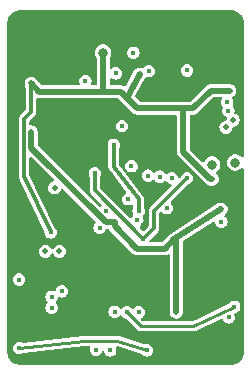
<source format=gbr>
%TF.GenerationSoftware,KiCad,Pcbnew,8.0.4*%
%TF.CreationDate,2024-09-10T15:11:46+03:00*%
%TF.ProjectId,micro17,6d696372-6f31-4372-9e6b-696361645f70,rev?*%
%TF.SameCoordinates,Original*%
%TF.FileFunction,Copper,L2,Inr*%
%TF.FilePolarity,Positive*%
%FSLAX46Y46*%
G04 Gerber Fmt 4.6, Leading zero omitted, Abs format (unit mm)*
G04 Created by KiCad (PCBNEW 8.0.4) date 2024-09-10 15:11:46*
%MOMM*%
%LPD*%
G01*
G04 APERTURE LIST*
%TA.AperFunction,ViaPad*%
%ADD10C,0.500000*%
%TD*%
%TA.AperFunction,ViaPad*%
%ADD11C,0.450000*%
%TD*%
%TA.AperFunction,ViaPad*%
%ADD12C,0.800000*%
%TD*%
%TA.AperFunction,Conductor*%
%ADD13C,0.500000*%
%TD*%
%TA.AperFunction,Conductor*%
%ADD14C,0.300000*%
%TD*%
%TA.AperFunction,Conductor*%
%ADD15C,0.250000*%
%TD*%
G04 APERTURE END LIST*
D10*
%TO.N,GND*%
X185000000Y-51000000D03*
X185000000Y-53000000D03*
D11*
X182400000Y-79720108D03*
D10*
X180600000Y-61000000D03*
D11*
X188500000Y-57700000D03*
D10*
X199400000Y-52072500D03*
X181000000Y-51000000D03*
D11*
X192000000Y-57500000D03*
X197300000Y-72000000D03*
D10*
X180600000Y-63000000D03*
D11*
X194000000Y-61500000D03*
D10*
X181000000Y-55000000D03*
D11*
X186500000Y-79300000D03*
D10*
X180750000Y-70000000D03*
D11*
X199700000Y-58800000D03*
X199750000Y-68000000D03*
X192000000Y-59500000D03*
D10*
X199100000Y-79100000D03*
D11*
X191000000Y-71900000D03*
D10*
X185500000Y-55000000D03*
D11*
X182800000Y-65200000D03*
X199500000Y-66300000D03*
X194000000Y-57300000D03*
D10*
X188600000Y-69400000D03*
X181000000Y-74400000D03*
X180600000Y-59000000D03*
D11*
X197800000Y-78400000D03*
D10*
X180700000Y-68500000D03*
D12*
X184900000Y-60700000D03*
D11*
X196200000Y-78800000D03*
X189750000Y-79750000D03*
X189100000Y-64500000D03*
X186100000Y-68400000D03*
X182960000Y-60300000D03*
X187250000Y-79750000D03*
X196000000Y-59500000D03*
X185600000Y-59500000D03*
X196000000Y-61500000D03*
D10*
X198280000Y-53600000D03*
D11*
X190300000Y-55300000D03*
X191507567Y-68206053D03*
D10*
X197800000Y-65900000D03*
D11*
X192000000Y-61500000D03*
D10*
X183960000Y-61000000D03*
D11*
X199500000Y-76250000D03*
X198800000Y-54600000D03*
D10*
X182400000Y-76000000D03*
X183000000Y-73000000D03*
D11*
X199500000Y-65300000D03*
D10*
X181000000Y-53000000D03*
X182400000Y-70400000D03*
X183000000Y-53000000D03*
D11*
X193250000Y-79500000D03*
D10*
X180600000Y-57000000D03*
X197100000Y-72900000D03*
D11*
X194800000Y-65900000D03*
D10*
X183000000Y-51000000D03*
X180600000Y-65000000D03*
X186500000Y-55000000D03*
D11*
X196250000Y-75750000D03*
%TO.N,+3V3*%
X191200000Y-55400000D03*
X198820000Y-56800000D03*
D10*
X182000000Y-56200000D03*
X197350000Y-64290000D03*
D11*
X183650000Y-68800000D03*
D12*
X188100000Y-53600000D03*
D11*
X183750000Y-74250000D03*
%TO.N,VDDA*%
X195200000Y-64200000D03*
X187400000Y-63800000D03*
X191475000Y-69397760D03*
%TO.N,+5V*%
X198100000Y-66850000D03*
X189067678Y-67967678D03*
X194300000Y-75550000D03*
D10*
X182000000Y-60300000D03*
D11*
%TO.N,Net-(U4B-+)*%
X191000000Y-67800000D03*
X188301409Y-66976409D03*
%TO.N,/MCU/~{RST}*%
X190660000Y-53600000D03*
X189700000Y-59800000D03*
%TO.N,Net-(C16-Pad2)*%
X190200000Y-66000000D03*
X187800000Y-68400000D03*
%TO.N,Net-(U5A-P0A)*%
X183740793Y-75177619D03*
X193501316Y-66750000D03*
%TO.N,Net-(U5B-P1A)*%
X180975000Y-72800000D03*
X198100000Y-67900000D03*
D12*
%TO.N,USART3_RX*%
X197331041Y-63068959D03*
D11*
%TO.N,Net-(U5C-P2W)*%
X187500000Y-78725002D03*
X198750000Y-76000000D03*
%TO.N,I2C_SDA*%
X191974992Y-55147670D03*
D10*
X183200000Y-70400000D03*
D11*
%TO.N,PTT_OUT*%
X191900000Y-64000000D03*
%TO.N,AUDIO_OUT_MUTE*%
X189079841Y-75520159D03*
X193900000Y-64200000D03*
%TO.N,BASEBAND_IN_FILT*%
X189000000Y-61400000D03*
X191100000Y-67000000D03*
%TO.N,BASEBAND_OUT*%
X190500000Y-63200000D03*
X184600000Y-73800000D03*
%TO.N,I2C_SCL*%
X195200000Y-55100000D03*
D10*
X184400000Y-70400000D03*
D11*
%TO.N,AUDIO_OUT_FILT*%
X181000000Y-78597151D03*
X191800000Y-78800000D03*
%TO.N,BASEBAND_IN*%
X188700000Y-78800000D03*
%TO.N,BASEBAND_OUT_FILT*%
X191099724Y-75575719D03*
%TO.N,AUDIO_IN*%
X199200000Y-75100000D03*
X190101511Y-75575826D03*
%TO.N,PTT_IN*%
X186600000Y-56000000D03*
D10*
%TO.N,MCU_TX*%
X198500000Y-59900000D03*
%TO.N,MCU_RX*%
X199100000Y-59300000D03*
D11*
%TO.N,BASEBAND_BYPASS*%
X192906587Y-64093413D03*
D10*
%TO.N,+5VD*%
X184000000Y-65037501D03*
D11*
%TO.N,Net-(U1-VBAT)*%
X189150000Y-55350000D03*
%TO.N,USB_DP*%
X198600000Y-57800000D03*
%TO.N,USB_DN*%
X198700000Y-58500000D03*
D12*
%TO.N,Net-(R30-Pad2)*%
X199300000Y-62900000D03*
%TD*%
D13*
%TO.N,+3V3*%
X190100000Y-57400000D02*
X191200000Y-55400000D01*
D14*
X181400000Y-59200000D02*
X182000000Y-58600000D01*
D13*
X189600000Y-56900000D02*
X190100000Y-57400000D01*
X198820000Y-56800000D02*
X197200000Y-56800000D01*
X187900000Y-56900000D02*
X188100000Y-56700000D01*
X182700000Y-56900000D02*
X187900000Y-56900000D01*
X191000000Y-58300000D02*
X190100000Y-57400000D01*
X187900000Y-56900000D02*
X189600000Y-56900000D01*
X188100000Y-56700000D02*
X188100000Y-53600000D01*
X194900000Y-58300000D02*
X191000000Y-58300000D01*
D14*
X183650000Y-68800000D02*
X181400000Y-64000000D01*
D13*
X197350000Y-64290000D02*
X197190000Y-64290000D01*
X197190000Y-64290000D02*
X194900000Y-62000000D01*
X195700000Y-58300000D02*
X194900000Y-58300000D01*
X197200000Y-56800000D02*
X195700000Y-58300000D01*
X182000000Y-56200000D02*
X182700000Y-56900000D01*
D14*
X181400000Y-64000000D02*
X181400000Y-59200000D01*
D13*
X194900000Y-62000000D02*
X194900000Y-58300000D01*
D14*
X182000000Y-58600000D02*
X182000000Y-56200000D01*
%TO.N,VDDA*%
X191475000Y-69397760D02*
X191475000Y-69326472D01*
X192400000Y-67000000D02*
X195200000Y-64200000D01*
X187400000Y-65251472D02*
X187400000Y-63800000D01*
X191475000Y-69326472D02*
X187400000Y-65251472D01*
X191475000Y-69397760D02*
X192400000Y-68472760D01*
X192400000Y-68472760D02*
X192400000Y-67000000D01*
D13*
%TO.N,+5V*%
X189067678Y-67967678D02*
X188338083Y-67967678D01*
X189067678Y-67967678D02*
X189067678Y-68267678D01*
X194300000Y-75550000D02*
X194300000Y-69528248D01*
X188338083Y-67967678D02*
X182000000Y-61629595D01*
X193300000Y-70200000D02*
X194100000Y-69400000D01*
X194171752Y-69400000D02*
X194100000Y-69400000D01*
X198100000Y-66850000D02*
X194100000Y-69400000D01*
X189067678Y-68267678D02*
X191000000Y-70200000D01*
X191000000Y-70200000D02*
X193300000Y-70200000D01*
X194300000Y-69528248D02*
X194171752Y-69400000D01*
X182000000Y-61629595D02*
X182000000Y-60300000D01*
D14*
%TO.N,BASEBAND_IN_FILT*%
X191100000Y-66000000D02*
X191100000Y-67000000D01*
X189000000Y-61400000D02*
X189000000Y-63250000D01*
X189000000Y-63250000D02*
X191100000Y-66000000D01*
D15*
%TO.N,AUDIO_OUT_FILT*%
X189300000Y-78000000D02*
X186500000Y-78000000D01*
X191800000Y-78800000D02*
X189300000Y-78000000D01*
X186500000Y-78000000D02*
X181000000Y-78597151D01*
%TO.N,AUDIO_IN*%
X195750000Y-76750000D02*
X199200000Y-75100000D01*
X190101511Y-75575826D02*
X191275685Y-76750000D01*
X191275685Y-76750000D02*
X195750000Y-76750000D01*
%TD*%
%TA.AperFunction,Conductor*%
%TO.N,GND*%
G36*
X198975829Y-50000002D02*
G01*
X198976531Y-50000006D01*
X198999418Y-50000146D01*
X199000525Y-50000159D01*
X199024479Y-50000599D01*
X199024500Y-50000600D01*
X199046812Y-50001147D01*
X199051434Y-50001359D01*
X199093355Y-50004191D01*
X199102646Y-50005222D01*
X199144141Y-50011636D01*
X199148714Y-50012444D01*
X199192022Y-50021059D01*
X199197191Y-50022219D01*
X199284397Y-50044063D01*
X199294633Y-50047168D01*
X199376725Y-50076542D01*
X199386585Y-50080626D01*
X199465425Y-50117914D01*
X199474850Y-50122953D01*
X199549641Y-50167781D01*
X199558535Y-50173723D01*
X199628569Y-50225663D01*
X199636825Y-50232439D01*
X199701453Y-50291014D01*
X199708985Y-50298546D01*
X199767558Y-50363171D01*
X199774336Y-50371430D01*
X199826276Y-50441463D01*
X199832217Y-50450355D01*
X199877050Y-50525154D01*
X199882086Y-50534575D01*
X199919370Y-50613407D01*
X199923463Y-50623289D01*
X199952830Y-50705365D01*
X199955936Y-50715602D01*
X199977777Y-50802798D01*
X199978949Y-50808017D01*
X199987549Y-50851252D01*
X199988363Y-50855863D01*
X199994776Y-50897343D01*
X199995808Y-50906648D01*
X199998639Y-50948543D01*
X199998854Y-50953226D01*
X199999388Y-50975054D01*
X199999403Y-50975715D01*
X199999838Y-50999361D01*
X199999854Y-51000697D01*
X199999998Y-51024166D01*
X200000000Y-51024835D01*
X200000000Y-62342099D01*
X199979183Y-62406168D01*
X199924683Y-62445764D01*
X199857317Y-62445764D01*
X199818720Y-62423687D01*
X199722012Y-62338012D01*
X199700852Y-62319266D01*
X199700850Y-62319265D01*
X199700849Y-62319264D01*
X199550226Y-62240210D01*
X199385057Y-62199500D01*
X199385056Y-62199500D01*
X199214944Y-62199500D01*
X199214942Y-62199500D01*
X199049773Y-62240210D01*
X198899150Y-62319264D01*
X198899143Y-62319270D01*
X198771816Y-62432071D01*
X198771815Y-62432072D01*
X198675184Y-62572065D01*
X198675180Y-62572072D01*
X198614859Y-62731128D01*
X198614858Y-62731131D01*
X198594355Y-62899997D01*
X198594355Y-62900002D01*
X198614858Y-63068868D01*
X198614859Y-63068871D01*
X198675180Y-63227927D01*
X198675184Y-63227934D01*
X198771815Y-63367927D01*
X198771816Y-63367928D01*
X198771817Y-63367929D01*
X198899148Y-63480734D01*
X199049775Y-63559790D01*
X199214944Y-63600500D01*
X199214945Y-63600500D01*
X199385055Y-63600500D01*
X199385056Y-63600500D01*
X199550225Y-63559790D01*
X199700852Y-63480734D01*
X199818721Y-63376311D01*
X199880480Y-63349409D01*
X199946259Y-63363945D01*
X199990930Y-63414369D01*
X200000000Y-63457900D01*
X200000000Y-78975164D01*
X199999998Y-78975833D01*
X199999854Y-78999302D01*
X199999838Y-79000638D01*
X199999403Y-79024284D01*
X199999388Y-79024945D01*
X199998854Y-79046773D01*
X199998639Y-79051456D01*
X199995808Y-79093351D01*
X199994776Y-79102656D01*
X199988363Y-79144136D01*
X199987549Y-79148747D01*
X199978949Y-79191982D01*
X199977777Y-79197201D01*
X199955936Y-79284397D01*
X199952830Y-79294634D01*
X199923463Y-79376710D01*
X199919370Y-79386593D01*
X199882089Y-79465417D01*
X199877046Y-79474850D01*
X199832218Y-79549641D01*
X199826276Y-79558535D01*
X199774336Y-79628569D01*
X199767550Y-79636838D01*
X199709001Y-79701437D01*
X199701442Y-79708995D01*
X199636838Y-79767550D01*
X199628569Y-79774336D01*
X199558535Y-79826276D01*
X199549641Y-79832218D01*
X199474850Y-79877046D01*
X199465417Y-79882089D01*
X199386593Y-79919370D01*
X199376710Y-79923463D01*
X199294634Y-79952830D01*
X199284397Y-79955936D01*
X199197201Y-79977777D01*
X199191982Y-79978949D01*
X199148747Y-79987549D01*
X199144136Y-79988363D01*
X199102656Y-79994776D01*
X199093351Y-79995808D01*
X199051456Y-79998639D01*
X199046773Y-79998854D01*
X199024945Y-79999388D01*
X199024284Y-79999403D01*
X199000638Y-79999838D01*
X198999302Y-79999854D01*
X198976596Y-79999993D01*
X198975831Y-79999998D01*
X198975165Y-80000000D01*
X181024835Y-80000000D01*
X181024168Y-79999998D01*
X181023385Y-79999993D01*
X181000697Y-79999854D01*
X180999361Y-79999838D01*
X180975715Y-79999403D01*
X180975054Y-79999388D01*
X180953226Y-79998854D01*
X180948543Y-79998639D01*
X180906648Y-79995808D01*
X180897343Y-79994776D01*
X180855863Y-79988363D01*
X180851252Y-79987549D01*
X180840735Y-79985457D01*
X180808007Y-79978946D01*
X180802798Y-79977777D01*
X180715602Y-79955936D01*
X180705365Y-79952830D01*
X180623289Y-79923463D01*
X180613411Y-79919372D01*
X180534582Y-79882089D01*
X180525149Y-79877047D01*
X180450361Y-79832221D01*
X180441468Y-79826278D01*
X180371431Y-79774336D01*
X180363171Y-79767558D01*
X180298546Y-79708985D01*
X180291014Y-79701453D01*
X180232439Y-79636825D01*
X180225663Y-79628569D01*
X180173723Y-79558535D01*
X180167781Y-79549641D01*
X180122953Y-79474850D01*
X180117914Y-79465425D01*
X180080626Y-79386585D01*
X180076541Y-79376721D01*
X180047168Y-79294630D01*
X180044062Y-79284393D01*
X180037707Y-79259023D01*
X180022219Y-79197191D01*
X180021059Y-79192022D01*
X180012444Y-79148714D01*
X180011636Y-79144136D01*
X180009016Y-79127186D01*
X180005222Y-79102646D01*
X180004191Y-79093355D01*
X180001359Y-79051434D01*
X180001147Y-79046812D01*
X180000600Y-79024487D01*
X180000159Y-79000525D01*
X180000146Y-78999418D01*
X180000002Y-78975828D01*
X180000000Y-78975164D01*
X180000000Y-78597148D01*
X180469965Y-78597148D01*
X180469965Y-78597153D01*
X180488024Y-78734329D01*
X180488026Y-78734336D01*
X180540974Y-78862165D01*
X180540976Y-78862169D01*
X180598538Y-78937185D01*
X180625209Y-78971942D01*
X180734982Y-79056175D01*
X180798899Y-79082650D01*
X180862814Y-79109124D01*
X180862821Y-79109126D01*
X180999997Y-79127186D01*
X181000000Y-79127186D01*
X181000003Y-79127186D01*
X181137178Y-79109126D01*
X181137180Y-79109125D01*
X181137183Y-79109125D01*
X181265018Y-79056175D01*
X181331561Y-79005113D01*
X181386149Y-78983225D01*
X186517168Y-78426137D01*
X186528933Y-78425500D01*
X186892131Y-78425500D01*
X186956200Y-78446317D01*
X186995796Y-78500817D01*
X186995796Y-78568183D01*
X186992833Y-78576214D01*
X186988026Y-78587816D01*
X186988024Y-78587823D01*
X186969965Y-78724999D01*
X186969965Y-78725004D01*
X186988024Y-78862180D01*
X186988026Y-78862187D01*
X187040974Y-78990016D01*
X187040976Y-78990020D01*
X187120265Y-79093351D01*
X187125209Y-79099793D01*
X187125213Y-79099796D01*
X187125214Y-79099797D01*
X187137372Y-79109126D01*
X187234982Y-79184026D01*
X187266766Y-79197191D01*
X187362814Y-79236975D01*
X187362821Y-79236977D01*
X187499997Y-79255037D01*
X187500000Y-79255037D01*
X187500003Y-79255037D01*
X187637178Y-79236977D01*
X187637180Y-79236976D01*
X187637183Y-79236976D01*
X187765018Y-79184026D01*
X187874791Y-79099793D01*
X187959024Y-78990020D01*
X187983791Y-78930225D01*
X188027539Y-78879002D01*
X188093043Y-78863275D01*
X188155281Y-78889054D01*
X188182312Y-78931817D01*
X188185292Y-78930583D01*
X188240974Y-79065014D01*
X188240976Y-79065018D01*
X188297183Y-79138268D01*
X188325209Y-79174791D01*
X188325213Y-79174794D01*
X188325214Y-79174795D01*
X188354401Y-79197191D01*
X188434982Y-79259024D01*
X188496229Y-79284393D01*
X188562814Y-79311973D01*
X188562821Y-79311975D01*
X188699997Y-79330035D01*
X188700000Y-79330035D01*
X188700003Y-79330035D01*
X188837178Y-79311975D01*
X188837180Y-79311974D01*
X188837183Y-79311974D01*
X188965018Y-79259024D01*
X189074791Y-79174791D01*
X189159024Y-79065018D01*
X189211974Y-78937183D01*
X189212681Y-78931817D01*
X189230035Y-78800002D01*
X189230035Y-78799997D01*
X189211975Y-78662821D01*
X189211973Y-78662814D01*
X189185306Y-78598434D01*
X189180021Y-78531276D01*
X189215219Y-78473838D01*
X189277457Y-78448058D01*
X189319227Y-78452907D01*
X191343931Y-79100811D01*
X191397183Y-79138268D01*
X191425209Y-79174791D01*
X191425213Y-79174794D01*
X191425214Y-79174795D01*
X191454401Y-79197191D01*
X191534982Y-79259024D01*
X191596229Y-79284393D01*
X191662814Y-79311973D01*
X191662821Y-79311975D01*
X191799997Y-79330035D01*
X191800000Y-79330035D01*
X191800003Y-79330035D01*
X191937178Y-79311975D01*
X191937180Y-79311974D01*
X191937183Y-79311974D01*
X192065018Y-79259024D01*
X192174791Y-79174791D01*
X192259024Y-79065018D01*
X192311974Y-78937183D01*
X192312681Y-78931817D01*
X192330035Y-78800002D01*
X192330035Y-78799997D01*
X192311975Y-78662821D01*
X192311973Y-78662814D01*
X192259023Y-78534981D01*
X192174795Y-78425214D01*
X192174794Y-78425213D01*
X192174791Y-78425209D01*
X192174786Y-78425205D01*
X192174785Y-78425204D01*
X192065018Y-78340976D01*
X192065014Y-78340974D01*
X191937185Y-78288026D01*
X191937178Y-78288024D01*
X191800003Y-78269965D01*
X191799997Y-78269965D01*
X191662817Y-78288025D01*
X191657482Y-78289455D01*
X191596055Y-78287982D01*
X189484338Y-77612234D01*
X189469862Y-77605826D01*
X189464239Y-77603497D01*
X189422483Y-77592309D01*
X189417472Y-77590837D01*
X189376331Y-77577671D01*
X189370344Y-77576589D01*
X189362007Y-77575288D01*
X189356022Y-77574500D01*
X189356018Y-77574500D01*
X189312798Y-77574500D01*
X189307579Y-77574375D01*
X189264418Y-77572305D01*
X189258350Y-77572810D01*
X189242618Y-77574500D01*
X186541147Y-77574500D01*
X186524466Y-77573216D01*
X186518583Y-77572305D01*
X186509763Y-77570939D01*
X186509762Y-77570939D01*
X186482832Y-77573863D01*
X186471067Y-77574500D01*
X186443980Y-77574500D01*
X186429607Y-77578350D01*
X186413170Y-77581425D01*
X181297037Y-78136899D01*
X181243560Y-78129239D01*
X181137185Y-78085177D01*
X181137178Y-78085175D01*
X181000003Y-78067116D01*
X180999997Y-78067116D01*
X180862821Y-78085175D01*
X180862814Y-78085177D01*
X180734981Y-78138127D01*
X180625214Y-78222355D01*
X180625204Y-78222365D01*
X180540976Y-78332132D01*
X180488026Y-78459965D01*
X180488024Y-78459972D01*
X180469965Y-78597148D01*
X180000000Y-78597148D01*
X180000000Y-75177616D01*
X183210758Y-75177616D01*
X183210758Y-75177621D01*
X183228817Y-75314797D01*
X183228819Y-75314804D01*
X183281767Y-75442633D01*
X183281769Y-75442637D01*
X183341254Y-75520159D01*
X183366002Y-75552410D01*
X183366006Y-75552413D01*
X183366007Y-75552414D01*
X183396378Y-75575719D01*
X183475775Y-75636643D01*
X183525736Y-75657337D01*
X183603607Y-75689592D01*
X183603614Y-75689594D01*
X183740790Y-75707654D01*
X183740793Y-75707654D01*
X183740796Y-75707654D01*
X183877971Y-75689594D01*
X183877973Y-75689593D01*
X183877976Y-75689593D01*
X184005811Y-75636643D01*
X184115584Y-75552410D01*
X184140334Y-75520156D01*
X188549806Y-75520156D01*
X188549806Y-75520161D01*
X188567865Y-75657337D01*
X188567867Y-75657344D01*
X188620815Y-75785173D01*
X188620817Y-75785177D01*
X188699728Y-75888015D01*
X188705050Y-75894950D01*
X188814823Y-75979183D01*
X188878740Y-76005658D01*
X188942655Y-76032132D01*
X188942662Y-76032134D01*
X189079838Y-76050194D01*
X189079841Y-76050194D01*
X189079844Y-76050194D01*
X189217019Y-76032134D01*
X189217021Y-76032133D01*
X189217024Y-76032133D01*
X189344859Y-75979183D01*
X189454632Y-75894950D01*
X189482844Y-75858183D01*
X189538360Y-75820029D01*
X189605703Y-75821792D01*
X189655792Y-75858183D01*
X189726720Y-75950617D01*
X189836493Y-76034850D01*
X189964328Y-76087800D01*
X189982239Y-76090158D01*
X190043041Y-76119157D01*
X190045087Y-76121150D01*
X190935200Y-77011263D01*
X190935199Y-77011263D01*
X191014421Y-77090485D01*
X191080884Y-77128857D01*
X191111448Y-77146503D01*
X191219667Y-77175500D01*
X195729274Y-77175500D01*
X195737710Y-77175826D01*
X195772910Y-77178560D01*
X195779422Y-77177345D01*
X195799397Y-77175500D01*
X195806016Y-77175500D01*
X195806018Y-77175500D01*
X195840122Y-77166361D01*
X195848340Y-77164497D01*
X195883049Y-77158027D01*
X195889014Y-77155173D01*
X195907844Y-77148215D01*
X195914237Y-77146503D01*
X195944800Y-77128857D01*
X195952273Y-77124919D01*
X198097840Y-76098778D01*
X198164620Y-76089916D01*
X198223855Y-76121999D01*
X198245571Y-76155400D01*
X198290974Y-76265014D01*
X198290976Y-76265018D01*
X198328433Y-76313833D01*
X198375209Y-76374791D01*
X198484982Y-76459024D01*
X198548899Y-76485499D01*
X198612814Y-76511973D01*
X198612821Y-76511975D01*
X198749997Y-76530035D01*
X198750000Y-76530035D01*
X198750003Y-76530035D01*
X198887178Y-76511975D01*
X198887180Y-76511974D01*
X198887183Y-76511974D01*
X199015018Y-76459024D01*
X199124791Y-76374791D01*
X199209024Y-76265018D01*
X199261974Y-76137183D01*
X199264348Y-76119157D01*
X199280035Y-76000002D01*
X199280035Y-75999997D01*
X199261975Y-75862821D01*
X199261974Y-75862817D01*
X199260055Y-75858184D01*
X199221693Y-75765570D01*
X199216409Y-75698416D01*
X199251607Y-75640977D01*
X199308167Y-75615794D01*
X199337183Y-75611974D01*
X199465018Y-75559024D01*
X199574791Y-75474791D01*
X199659024Y-75365018D01*
X199711974Y-75237183D01*
X199716733Y-75201040D01*
X199730035Y-75100002D01*
X199730035Y-75099997D01*
X199711975Y-74962821D01*
X199711973Y-74962814D01*
X199659023Y-74834981D01*
X199574795Y-74725214D01*
X199574794Y-74725213D01*
X199574791Y-74725209D01*
X199574786Y-74725205D01*
X199574785Y-74725204D01*
X199465018Y-74640976D01*
X199465014Y-74640974D01*
X199337185Y-74588026D01*
X199337178Y-74588024D01*
X199200003Y-74569965D01*
X199199997Y-74569965D01*
X199062821Y-74588024D01*
X199062814Y-74588026D01*
X198934981Y-74640976D01*
X198825214Y-74725204D01*
X198825207Y-74725211D01*
X198741244Y-74834633D01*
X198701798Y-74866610D01*
X196264800Y-76032132D01*
X195697012Y-76303683D01*
X195675789Y-76313833D01*
X195628760Y-76324500D01*
X191497083Y-76324500D01*
X191433014Y-76303683D01*
X191420008Y-76292575D01*
X191336766Y-76209333D01*
X191306183Y-76149309D01*
X191316721Y-76082773D01*
X191359337Y-76037864D01*
X191364740Y-76034744D01*
X191364740Y-76034743D01*
X191364742Y-76034743D01*
X191474515Y-75950510D01*
X191558748Y-75840737D01*
X191611698Y-75712902D01*
X191613606Y-75698416D01*
X191629759Y-75575721D01*
X191629759Y-75575716D01*
X191611699Y-75438540D01*
X191611697Y-75438533D01*
X191558747Y-75310700D01*
X191474519Y-75200933D01*
X191474518Y-75200932D01*
X191474515Y-75200928D01*
X191474510Y-75200924D01*
X191474509Y-75200923D01*
X191364742Y-75116695D01*
X191364738Y-75116693D01*
X191236909Y-75063745D01*
X191236902Y-75063743D01*
X191099727Y-75045684D01*
X191099721Y-75045684D01*
X190962545Y-75063743D01*
X190962538Y-75063745D01*
X190834705Y-75116695D01*
X190724938Y-75200923D01*
X190724931Y-75200930D01*
X190687051Y-75250296D01*
X190631532Y-75288452D01*
X190564190Y-75286687D01*
X190514101Y-75250295D01*
X190476306Y-75201040D01*
X190476305Y-75201039D01*
X190476302Y-75201035D01*
X190476297Y-75201031D01*
X190476296Y-75201030D01*
X190366529Y-75116802D01*
X190366525Y-75116800D01*
X190238696Y-75063852D01*
X190238689Y-75063850D01*
X190101514Y-75045791D01*
X190101508Y-75045791D01*
X189964332Y-75063850D01*
X189964325Y-75063852D01*
X189836492Y-75116802D01*
X189726725Y-75201030D01*
X189726718Y-75201037D01*
X189698508Y-75237801D01*
X189642989Y-75275957D01*
X189575647Y-75274192D01*
X189525558Y-75237800D01*
X189454636Y-75145373D01*
X189454635Y-75145372D01*
X189454632Y-75145368D01*
X189454627Y-75145364D01*
X189454626Y-75145363D01*
X189344859Y-75061135D01*
X189344855Y-75061133D01*
X189217026Y-75008185D01*
X189217019Y-75008183D01*
X189079844Y-74990124D01*
X189079838Y-74990124D01*
X188942662Y-75008183D01*
X188942655Y-75008185D01*
X188814822Y-75061135D01*
X188705055Y-75145363D01*
X188705045Y-75145373D01*
X188620817Y-75255140D01*
X188567867Y-75382973D01*
X188567865Y-75382980D01*
X188549806Y-75520156D01*
X184140334Y-75520156D01*
X184199817Y-75442637D01*
X184252767Y-75314802D01*
X184257882Y-75275957D01*
X184270828Y-75177621D01*
X184270828Y-75177616D01*
X184252768Y-75040440D01*
X184252766Y-75040433D01*
X184220618Y-74962821D01*
X184199817Y-74912602D01*
X184199816Y-74912601D01*
X184199816Y-74912600D01*
X184115588Y-74802833D01*
X184115587Y-74802832D01*
X184115584Y-74802828D01*
X184115579Y-74802824D01*
X184110532Y-74797777D01*
X184111827Y-74796481D01*
X184078713Y-74748286D01*
X184080485Y-74680943D01*
X184116875Y-74630864D01*
X184124791Y-74624791D01*
X184209024Y-74515018D01*
X184261974Y-74387183D01*
X184263207Y-74377812D01*
X184292206Y-74317009D01*
X184351407Y-74284863D01*
X184412987Y-74291334D01*
X184462814Y-74311973D01*
X184462821Y-74311975D01*
X184599997Y-74330035D01*
X184600000Y-74330035D01*
X184600003Y-74330035D01*
X184737178Y-74311975D01*
X184737180Y-74311974D01*
X184737183Y-74311974D01*
X184865018Y-74259024D01*
X184974791Y-74174791D01*
X185059024Y-74065018D01*
X185111974Y-73937183D01*
X185120134Y-73875209D01*
X185130035Y-73800002D01*
X185130035Y-73799997D01*
X185111975Y-73662821D01*
X185111973Y-73662814D01*
X185059023Y-73534981D01*
X184974795Y-73425214D01*
X184974794Y-73425213D01*
X184974791Y-73425209D01*
X184974786Y-73425205D01*
X184974785Y-73425204D01*
X184865018Y-73340976D01*
X184865014Y-73340974D01*
X184737185Y-73288026D01*
X184737178Y-73288024D01*
X184600003Y-73269965D01*
X184599997Y-73269965D01*
X184462821Y-73288024D01*
X184462814Y-73288026D01*
X184334981Y-73340976D01*
X184225214Y-73425204D01*
X184225204Y-73425214D01*
X184140976Y-73534981D01*
X184088026Y-73662814D01*
X184088025Y-73662820D01*
X184086791Y-73672193D01*
X184057787Y-73732995D01*
X183998584Y-73765137D01*
X183937013Y-73758665D01*
X183887188Y-73738027D01*
X183887178Y-73738024D01*
X183750003Y-73719965D01*
X183749997Y-73719965D01*
X183612821Y-73738024D01*
X183612814Y-73738026D01*
X183484981Y-73790976D01*
X183375214Y-73875204D01*
X183375204Y-73875214D01*
X183290976Y-73984981D01*
X183238026Y-74112814D01*
X183238024Y-74112821D01*
X183219965Y-74249997D01*
X183219965Y-74250002D01*
X183238024Y-74387178D01*
X183238026Y-74387185D01*
X183290974Y-74515014D01*
X183290976Y-74515018D01*
X183375209Y-74624791D01*
X183375212Y-74624793D01*
X183380261Y-74629842D01*
X183378964Y-74631138D01*
X183412078Y-74679329D01*
X183410309Y-74746671D01*
X183373922Y-74796750D01*
X183366007Y-74802823D01*
X183365997Y-74802833D01*
X183281769Y-74912600D01*
X183228819Y-75040433D01*
X183228817Y-75040440D01*
X183210758Y-75177616D01*
X180000000Y-75177616D01*
X180000000Y-72799997D01*
X180444965Y-72799997D01*
X180444965Y-72800002D01*
X180463024Y-72937178D01*
X180463026Y-72937185D01*
X180515974Y-73065014D01*
X180515976Y-73065018D01*
X180600209Y-73174791D01*
X180709982Y-73259024D01*
X180773899Y-73285499D01*
X180837814Y-73311973D01*
X180837821Y-73311975D01*
X180974997Y-73330035D01*
X180975000Y-73330035D01*
X180975003Y-73330035D01*
X181112178Y-73311975D01*
X181112180Y-73311974D01*
X181112183Y-73311974D01*
X181240018Y-73259024D01*
X181349791Y-73174791D01*
X181434024Y-73065018D01*
X181486974Y-72937183D01*
X181505035Y-72800000D01*
X181486974Y-72662817D01*
X181434024Y-72534983D01*
X181434023Y-72534982D01*
X181434023Y-72534981D01*
X181349795Y-72425214D01*
X181349794Y-72425213D01*
X181349791Y-72425209D01*
X181349786Y-72425205D01*
X181349785Y-72425204D01*
X181240018Y-72340976D01*
X181240014Y-72340974D01*
X181112185Y-72288026D01*
X181112178Y-72288024D01*
X180975003Y-72269965D01*
X180974997Y-72269965D01*
X180837821Y-72288024D01*
X180837814Y-72288026D01*
X180709981Y-72340976D01*
X180600214Y-72425204D01*
X180600204Y-72425214D01*
X180515976Y-72534981D01*
X180463026Y-72662814D01*
X180463024Y-72662821D01*
X180444965Y-72799997D01*
X180000000Y-72799997D01*
X180000000Y-70399997D01*
X182644750Y-70399997D01*
X182644750Y-70400002D01*
X182663668Y-70543704D01*
X182663670Y-70543711D01*
X182719139Y-70677626D01*
X182775057Y-70750499D01*
X182807379Y-70792621D01*
X182807383Y-70792624D01*
X182807384Y-70792625D01*
X182922373Y-70880860D01*
X183056288Y-70936329D01*
X183056295Y-70936331D01*
X183199997Y-70955250D01*
X183200000Y-70955250D01*
X183200003Y-70955250D01*
X183343704Y-70936331D01*
X183343706Y-70936330D01*
X183343709Y-70936330D01*
X183477625Y-70880861D01*
X183592621Y-70792621D01*
X183680861Y-70677625D01*
X183699297Y-70633116D01*
X183743047Y-70581891D01*
X183808551Y-70566164D01*
X183870789Y-70591943D01*
X183900703Y-70633116D01*
X183919139Y-70677626D01*
X183975057Y-70750499D01*
X184007379Y-70792621D01*
X184007383Y-70792624D01*
X184007384Y-70792625D01*
X184122373Y-70880860D01*
X184256288Y-70936329D01*
X184256295Y-70936331D01*
X184399997Y-70955250D01*
X184400000Y-70955250D01*
X184400003Y-70955250D01*
X184543704Y-70936331D01*
X184543706Y-70936330D01*
X184543709Y-70936330D01*
X184677625Y-70880861D01*
X184792621Y-70792621D01*
X184880861Y-70677625D01*
X184936330Y-70543709D01*
X184938264Y-70529025D01*
X184955250Y-70400002D01*
X184955250Y-70399997D01*
X184936331Y-70256295D01*
X184936329Y-70256288D01*
X184880860Y-70122373D01*
X184792625Y-70007384D01*
X184792624Y-70007383D01*
X184792621Y-70007379D01*
X184792616Y-70007375D01*
X184792615Y-70007374D01*
X184677626Y-69919139D01*
X184543711Y-69863670D01*
X184543704Y-69863668D01*
X184400003Y-69844750D01*
X184399997Y-69844750D01*
X184256295Y-69863668D01*
X184256288Y-69863670D01*
X184122373Y-69919139D01*
X184007384Y-70007374D01*
X184007374Y-70007384D01*
X183919139Y-70122373D01*
X183900703Y-70166883D01*
X183856952Y-70218109D01*
X183791448Y-70233835D01*
X183729210Y-70208055D01*
X183699297Y-70166883D01*
X183680860Y-70122373D01*
X183592625Y-70007384D01*
X183592624Y-70007383D01*
X183592621Y-70007379D01*
X183592616Y-70007375D01*
X183592615Y-70007374D01*
X183477626Y-69919139D01*
X183343711Y-69863670D01*
X183343704Y-69863668D01*
X183200003Y-69844750D01*
X183199997Y-69844750D01*
X183056295Y-69863668D01*
X183056288Y-69863670D01*
X182922373Y-69919139D01*
X182807384Y-70007374D01*
X182807374Y-70007384D01*
X182719139Y-70122373D01*
X182663670Y-70256288D01*
X182663668Y-70256295D01*
X182644750Y-70399997D01*
X180000000Y-70399997D01*
X180000000Y-64020731D01*
X180946086Y-64020731D01*
X180947806Y-64030371D01*
X180949500Y-64049515D01*
X180949500Y-64059309D01*
X180958671Y-64093538D01*
X180960690Y-64102603D01*
X180966916Y-64137499D01*
X180966918Y-64137506D01*
X180971077Y-64146379D01*
X180977665Y-64164424D01*
X180980200Y-64173885D01*
X180980201Y-64173887D01*
X180997917Y-64204570D01*
X181002216Y-64212808D01*
X181270331Y-64784788D01*
X183113555Y-68717001D01*
X183122928Y-68777488D01*
X183119965Y-68799999D01*
X183119965Y-68800003D01*
X183138024Y-68937178D01*
X183138026Y-68937185D01*
X183172726Y-69020958D01*
X183190976Y-69065018D01*
X183275209Y-69174791D01*
X183384982Y-69259024D01*
X183448899Y-69285499D01*
X183512814Y-69311973D01*
X183512821Y-69311975D01*
X183649997Y-69330035D01*
X183650000Y-69330035D01*
X183650003Y-69330035D01*
X183787178Y-69311975D01*
X183787180Y-69311974D01*
X183787183Y-69311974D01*
X183915018Y-69259024D01*
X184024791Y-69174791D01*
X184109024Y-69065018D01*
X184161974Y-68937183D01*
X184163013Y-68929297D01*
X184180035Y-68800002D01*
X184180035Y-68799997D01*
X184161975Y-68662821D01*
X184161973Y-68662814D01*
X184109023Y-68534981D01*
X184024790Y-68425207D01*
X184024787Y-68425204D01*
X183963185Y-68377934D01*
X183930846Y-68337723D01*
X181860805Y-63921635D01*
X181850500Y-63875372D01*
X181850500Y-62521770D01*
X181871317Y-62457701D01*
X181925817Y-62418105D01*
X181993183Y-62418105D01*
X182036575Y-62444695D01*
X183909520Y-64317640D01*
X183940103Y-64377664D01*
X183929565Y-64444200D01*
X183881930Y-64491835D01*
X183860659Y-64500000D01*
X183856292Y-64501170D01*
X183722373Y-64556640D01*
X183607384Y-64644875D01*
X183607374Y-64644885D01*
X183519139Y-64759874D01*
X183463670Y-64893789D01*
X183463668Y-64893796D01*
X183444750Y-65037498D01*
X183444750Y-65037503D01*
X183463668Y-65181205D01*
X183463670Y-65181212D01*
X183519139Y-65315127D01*
X183607374Y-65430116D01*
X183607379Y-65430122D01*
X183607383Y-65430125D01*
X183607384Y-65430126D01*
X183722373Y-65518361D01*
X183722374Y-65518361D01*
X183722375Y-65518362D01*
X183745851Y-65528086D01*
X183856288Y-65573830D01*
X183856295Y-65573832D01*
X183999997Y-65592751D01*
X184000000Y-65592751D01*
X184000003Y-65592751D01*
X184143704Y-65573832D01*
X184143706Y-65573831D01*
X184143709Y-65573831D01*
X184277625Y-65518362D01*
X184392621Y-65430122D01*
X184480861Y-65315126D01*
X184536330Y-65181210D01*
X184536331Y-65181201D01*
X184537497Y-65176852D01*
X184574182Y-65120352D01*
X184637072Y-65096205D01*
X184702143Y-65113635D01*
X184719860Y-65127980D01*
X187445892Y-67854012D01*
X187476475Y-67914036D01*
X187465937Y-67980572D01*
X187435179Y-68017557D01*
X187425215Y-68025203D01*
X187425204Y-68025214D01*
X187340976Y-68134981D01*
X187288026Y-68262814D01*
X187288024Y-68262821D01*
X187269965Y-68399997D01*
X187269965Y-68400002D01*
X187288024Y-68537178D01*
X187288026Y-68537185D01*
X187340974Y-68665014D01*
X187340976Y-68665018D01*
X187405704Y-68749373D01*
X187425209Y-68774791D01*
X187425213Y-68774794D01*
X187425214Y-68774795D01*
X187458064Y-68800002D01*
X187534982Y-68859024D01*
X187598899Y-68885499D01*
X187662814Y-68911973D01*
X187662821Y-68911975D01*
X187799997Y-68930035D01*
X187800000Y-68930035D01*
X187800003Y-68930035D01*
X187937178Y-68911975D01*
X187937180Y-68911974D01*
X187937183Y-68911974D01*
X188065018Y-68859024D01*
X188174791Y-68774791D01*
X188259024Y-68665018D01*
X188291975Y-68585466D01*
X188335725Y-68534241D01*
X188392678Y-68518178D01*
X188410557Y-68518178D01*
X188513710Y-68518178D01*
X188577779Y-68538995D01*
X188608107Y-68572679D01*
X188627166Y-68605691D01*
X188627167Y-68605692D01*
X188627168Y-68605693D01*
X190661985Y-70640510D01*
X190787515Y-70712984D01*
X190927525Y-70750500D01*
X190927526Y-70750500D01*
X190927527Y-70750500D01*
X193372473Y-70750500D01*
X193372474Y-70750500D01*
X193372475Y-70750500D01*
X193512485Y-70712984D01*
X193586001Y-70670539D01*
X193651894Y-70656534D01*
X193713435Y-70683934D01*
X193747118Y-70742275D01*
X193749500Y-70764937D01*
X193749500Y-75622476D01*
X193787016Y-75762485D01*
X193842268Y-75858185D01*
X193859491Y-75888015D01*
X193961985Y-75990509D01*
X194087515Y-76062984D01*
X194227525Y-76100500D01*
X194227527Y-76100500D01*
X194372473Y-76100500D01*
X194372475Y-76100500D01*
X194512485Y-76062984D01*
X194638015Y-75990509D01*
X194740509Y-75888015D01*
X194812984Y-75762485D01*
X194850500Y-75622475D01*
X194850500Y-69634182D01*
X194871317Y-69570113D01*
X194900906Y-69542270D01*
X197418447Y-67937337D01*
X197483661Y-67920451D01*
X197546347Y-67945122D01*
X197582560Y-68001926D01*
X197585107Y-68015019D01*
X197588025Y-68037179D01*
X197588026Y-68037185D01*
X197640974Y-68165014D01*
X197640976Y-68165018D01*
X197717482Y-68264722D01*
X197725209Y-68274791D01*
X197834982Y-68359024D01*
X197841612Y-68361770D01*
X197962814Y-68411973D01*
X197962821Y-68411975D01*
X198099997Y-68430035D01*
X198100000Y-68430035D01*
X198100003Y-68430035D01*
X198237178Y-68411975D01*
X198237180Y-68411974D01*
X198237183Y-68411974D01*
X198365018Y-68359024D01*
X198474791Y-68274791D01*
X198559024Y-68165018D01*
X198611974Y-68037183D01*
X198613551Y-68025209D01*
X198630035Y-67900002D01*
X198630035Y-67899997D01*
X198611975Y-67762821D01*
X198611973Y-67762814D01*
X198559023Y-67634981D01*
X198474795Y-67525214D01*
X198474794Y-67525213D01*
X198474791Y-67525209D01*
X198412254Y-67477222D01*
X198374099Y-67421705D01*
X198375863Y-67354362D01*
X198416874Y-67300918D01*
X198419960Y-67298873D01*
X198457038Y-67275237D01*
X198554931Y-67168339D01*
X198621822Y-67039747D01*
X198653152Y-66898225D01*
X198646785Y-66753415D01*
X198640794Y-66734435D01*
X198603157Y-66615191D01*
X198603156Y-66615190D01*
X198603156Y-66615188D01*
X198525237Y-66492962D01*
X198418339Y-66395069D01*
X198289747Y-66328178D01*
X198289743Y-66328177D01*
X198148226Y-66296847D01*
X198003412Y-66303215D01*
X198003411Y-66303215D01*
X197865191Y-66346842D01*
X193816288Y-68928015D01*
X193812196Y-68930498D01*
X193761987Y-68959487D01*
X193761983Y-68959490D01*
X193761728Y-68959746D01*
X193743265Y-68974569D01*
X193742965Y-68974760D01*
X193742964Y-68974760D01*
X193703825Y-69017499D01*
X193700515Y-69020958D01*
X193103900Y-69617575D01*
X193043877Y-69648158D01*
X193026825Y-69649500D01*
X192123512Y-69649500D01*
X192059443Y-69628683D01*
X192019847Y-69574183D01*
X192019847Y-69506817D01*
X192046437Y-69463425D01*
X192335077Y-69174785D01*
X192760490Y-68749373D01*
X192819799Y-68646646D01*
X192830772Y-68605693D01*
X192850500Y-68532069D01*
X192850500Y-67231751D01*
X192871317Y-67167682D01*
X192882420Y-67154682D01*
X192945634Y-67091468D01*
X193005654Y-67060886D01*
X193072190Y-67071424D01*
X193109180Y-67102187D01*
X193126525Y-67124791D01*
X193236298Y-67209024D01*
X193291167Y-67231751D01*
X193364130Y-67261973D01*
X193364137Y-67261975D01*
X193501313Y-67280035D01*
X193501316Y-67280035D01*
X193501319Y-67280035D01*
X193638494Y-67261975D01*
X193638496Y-67261974D01*
X193638499Y-67261974D01*
X193766334Y-67209024D01*
X193876107Y-67124791D01*
X193960340Y-67015018D01*
X194013290Y-66887183D01*
X194016498Y-66862821D01*
X194031351Y-66750002D01*
X194031351Y-66749997D01*
X194013291Y-66612821D01*
X194013289Y-66612814D01*
X193971520Y-66511974D01*
X193960340Y-66484983D01*
X193960339Y-66484982D01*
X193960339Y-66484981D01*
X193876111Y-66375214D01*
X193876110Y-66375213D01*
X193876107Y-66375209D01*
X193853505Y-66357865D01*
X193815349Y-66302349D01*
X193817112Y-66235007D01*
X193842783Y-66194318D01*
X195301277Y-64735824D01*
X195336638Y-64712199D01*
X195337180Y-64711974D01*
X195337183Y-64711974D01*
X195465018Y-64659024D01*
X195574791Y-64574791D01*
X195659024Y-64465018D01*
X195711974Y-64337183D01*
X195718187Y-64289997D01*
X195730035Y-64200002D01*
X195730035Y-64199997D01*
X195711975Y-64062821D01*
X195711973Y-64062814D01*
X195666066Y-63951985D01*
X195659024Y-63934983D01*
X195659023Y-63934982D01*
X195659023Y-63934981D01*
X195574795Y-63825214D01*
X195574794Y-63825213D01*
X195574791Y-63825209D01*
X195574786Y-63825205D01*
X195574785Y-63825204D01*
X195465018Y-63740976D01*
X195465014Y-63740974D01*
X195337185Y-63688026D01*
X195337178Y-63688024D01*
X195200003Y-63669965D01*
X195199997Y-63669965D01*
X195062821Y-63688024D01*
X195062814Y-63688026D01*
X194934981Y-63740976D01*
X194825214Y-63825204D01*
X194825204Y-63825214D01*
X194740977Y-63934980D01*
X194687800Y-64063361D01*
X194664172Y-64098723D01*
X194601783Y-64161112D01*
X194541759Y-64191695D01*
X194475223Y-64181157D01*
X194427588Y-64133522D01*
X194416641Y-64098268D01*
X194411974Y-64062817D01*
X194391080Y-64012375D01*
X194366066Y-63951985D01*
X194359024Y-63934983D01*
X194359023Y-63934982D01*
X194359023Y-63934981D01*
X194274795Y-63825214D01*
X194274794Y-63825213D01*
X194274791Y-63825209D01*
X194274786Y-63825205D01*
X194274785Y-63825204D01*
X194165018Y-63740976D01*
X194165014Y-63740974D01*
X194037185Y-63688026D01*
X194037178Y-63688024D01*
X193900003Y-63669965D01*
X193899997Y-63669965D01*
X193762821Y-63688024D01*
X193762814Y-63688026D01*
X193634981Y-63740976D01*
X193525207Y-63825209D01*
X193521402Y-63829015D01*
X193461377Y-63859595D01*
X193394842Y-63849053D01*
X193357857Y-63818291D01*
X193350834Y-63809139D01*
X193281378Y-63718622D01*
X193281373Y-63718618D01*
X193281372Y-63718617D01*
X193171605Y-63634389D01*
X193171601Y-63634387D01*
X193043772Y-63581439D01*
X193043765Y-63581437D01*
X192906590Y-63563378D01*
X192906584Y-63563378D01*
X192769408Y-63581437D01*
X192769401Y-63581439D01*
X192641568Y-63634389D01*
X192531801Y-63718617D01*
X192531791Y-63718627D01*
X192525606Y-63726688D01*
X192470087Y-63764843D01*
X192402744Y-63763077D01*
X192352658Y-63726686D01*
X192300738Y-63659024D01*
X192274791Y-63625209D01*
X192274786Y-63625205D01*
X192274785Y-63625204D01*
X192165018Y-63540976D01*
X192165014Y-63540974D01*
X192037185Y-63488026D01*
X192037178Y-63488024D01*
X191900003Y-63469965D01*
X191899997Y-63469965D01*
X191762821Y-63488024D01*
X191762814Y-63488026D01*
X191634981Y-63540976D01*
X191525214Y-63625204D01*
X191525204Y-63625214D01*
X191440976Y-63734981D01*
X191388026Y-63862814D01*
X191388024Y-63862821D01*
X191369965Y-63999997D01*
X191369965Y-64000002D01*
X191388024Y-64137178D01*
X191388026Y-64137185D01*
X191440974Y-64265014D01*
X191440976Y-64265018D01*
X191515761Y-64362479D01*
X191525209Y-64374791D01*
X191634982Y-64459024D01*
X191691058Y-64482251D01*
X191762814Y-64511973D01*
X191762821Y-64511975D01*
X191899997Y-64530035D01*
X191900000Y-64530035D01*
X191900003Y-64530035D01*
X192037178Y-64511975D01*
X192037180Y-64511974D01*
X192037183Y-64511974D01*
X192165018Y-64459024D01*
X192274791Y-64374791D01*
X192280979Y-64366727D01*
X192336497Y-64328571D01*
X192403839Y-64330334D01*
X192453929Y-64366727D01*
X192528881Y-64464406D01*
X192531796Y-64468204D01*
X192531799Y-64468206D01*
X192531801Y-64468208D01*
X192574759Y-64501171D01*
X192641569Y-64552437D01*
X192678237Y-64567625D01*
X192769401Y-64605386D01*
X192769408Y-64605388D01*
X192906584Y-64623448D01*
X192906587Y-64623448D01*
X192906590Y-64623448D01*
X193043765Y-64605388D01*
X193043767Y-64605387D01*
X193043770Y-64605387D01*
X193171605Y-64552437D01*
X193281378Y-64468204D01*
X193281384Y-64468195D01*
X193285175Y-64464406D01*
X193345197Y-64433819D01*
X193411733Y-64444353D01*
X193448727Y-64475119D01*
X193477007Y-64511974D01*
X193498977Y-64540606D01*
X193525209Y-64574791D01*
X193634982Y-64659024D01*
X193691942Y-64682617D01*
X193762814Y-64711973D01*
X193762817Y-64711974D01*
X193798266Y-64716641D01*
X193859067Y-64745642D01*
X193891212Y-64804844D01*
X193882419Y-64871633D01*
X193861112Y-64901783D01*
X192039510Y-66723387D01*
X191980202Y-66826110D01*
X191980201Y-66826113D01*
X191973801Y-66849999D01*
X191973801Y-66850000D01*
X191949500Y-66940689D01*
X191949500Y-68241007D01*
X191928683Y-68305076D01*
X191917575Y-68318082D01*
X191587719Y-68647938D01*
X191527695Y-68678521D01*
X191461159Y-68667983D01*
X191433569Y-68647938D01*
X191224548Y-68438917D01*
X191193965Y-68378893D01*
X191204503Y-68312357D01*
X191252138Y-68264722D01*
X191259900Y-68261143D01*
X191265018Y-68259024D01*
X191374791Y-68174791D01*
X191459024Y-68065018D01*
X191511974Y-67937183D01*
X191515022Y-67914036D01*
X191530035Y-67800002D01*
X191530035Y-67799997D01*
X191511975Y-67662821D01*
X191511973Y-67662814D01*
X191459023Y-67534981D01*
X191453856Y-67528247D01*
X191431367Y-67464746D01*
X191450499Y-67400154D01*
X191469758Y-67379861D01*
X191469739Y-67379842D01*
X191470481Y-67379099D01*
X191473980Y-67375413D01*
X191474791Y-67374791D01*
X191559024Y-67265018D01*
X191611974Y-67137183D01*
X191613606Y-67124791D01*
X191630035Y-67000002D01*
X191630035Y-66999997D01*
X191611975Y-66862821D01*
X191611973Y-66862814D01*
X191558797Y-66734435D01*
X191550500Y-66692723D01*
X191550500Y-66037316D01*
X191551466Y-66022837D01*
X191554385Y-66001057D01*
X191551400Y-65977967D01*
X191550500Y-65963992D01*
X191550500Y-65940692D01*
X191550499Y-65940686D01*
X191544809Y-65919452D01*
X191541993Y-65905211D01*
X191539176Y-65883417D01*
X191530313Y-65861878D01*
X191525828Y-65848614D01*
X191519799Y-65826115D01*
X191519799Y-65826114D01*
X191508805Y-65807073D01*
X191502403Y-65794052D01*
X191494038Y-65773722D01*
X191488199Y-65766076D01*
X191479895Y-65755201D01*
X191472129Y-65743549D01*
X191460489Y-65723387D01*
X191444947Y-65707845D01*
X191435392Y-65696924D01*
X191341394Y-65573832D01*
X189528648Y-63199997D01*
X189969965Y-63199997D01*
X189969965Y-63200002D01*
X189988024Y-63337178D01*
X189988026Y-63337185D01*
X190040974Y-63465014D01*
X190040976Y-63465018D01*
X190096124Y-63536888D01*
X190125209Y-63574791D01*
X190234982Y-63659024D01*
X190266271Y-63671984D01*
X190362814Y-63711973D01*
X190362821Y-63711975D01*
X190499997Y-63730035D01*
X190500000Y-63730035D01*
X190500003Y-63730035D01*
X190637178Y-63711975D01*
X190637180Y-63711974D01*
X190637183Y-63711974D01*
X190765018Y-63659024D01*
X190874791Y-63574791D01*
X190959024Y-63465018D01*
X191011974Y-63337183D01*
X191012848Y-63330549D01*
X191030035Y-63200002D01*
X191030035Y-63199997D01*
X191011975Y-63062821D01*
X191011973Y-63062814D01*
X190980957Y-62987934D01*
X190959024Y-62934983D01*
X190959023Y-62934982D01*
X190959023Y-62934981D01*
X190874795Y-62825214D01*
X190874794Y-62825213D01*
X190874791Y-62825209D01*
X190874786Y-62825205D01*
X190874785Y-62825204D01*
X190765018Y-62740976D01*
X190765014Y-62740974D01*
X190637185Y-62688026D01*
X190637178Y-62688024D01*
X190500003Y-62669965D01*
X190499997Y-62669965D01*
X190362821Y-62688024D01*
X190362814Y-62688026D01*
X190234981Y-62740976D01*
X190125214Y-62825204D01*
X190125204Y-62825214D01*
X190040976Y-62934981D01*
X189988026Y-63062814D01*
X189988024Y-63062821D01*
X189969965Y-63199997D01*
X189528648Y-63199997D01*
X189472870Y-63126955D01*
X189450531Y-63063401D01*
X189450500Y-63060801D01*
X189450500Y-61707278D01*
X189458797Y-61665566D01*
X189511973Y-61537185D01*
X189511975Y-61537178D01*
X189530035Y-61400002D01*
X189530035Y-61399997D01*
X189511975Y-61262821D01*
X189511973Y-61262814D01*
X189459023Y-61134981D01*
X189374795Y-61025214D01*
X189374794Y-61025213D01*
X189374791Y-61025209D01*
X189374786Y-61025205D01*
X189374785Y-61025204D01*
X189265018Y-60940976D01*
X189265014Y-60940974D01*
X189137185Y-60888026D01*
X189137178Y-60888024D01*
X189000003Y-60869965D01*
X188999997Y-60869965D01*
X188862821Y-60888024D01*
X188862814Y-60888026D01*
X188734981Y-60940976D01*
X188625214Y-61025204D01*
X188625204Y-61025214D01*
X188540976Y-61134981D01*
X188488026Y-61262814D01*
X188488024Y-61262821D01*
X188469965Y-61399997D01*
X188469965Y-61400002D01*
X188488024Y-61537178D01*
X188488026Y-61537185D01*
X188541203Y-61665566D01*
X188549500Y-61707278D01*
X188549500Y-63212683D01*
X188548534Y-63227161D01*
X188545615Y-63248938D01*
X188545615Y-63248947D01*
X188548600Y-63272033D01*
X188549500Y-63286008D01*
X188549500Y-63309306D01*
X188549501Y-63309317D01*
X188555190Y-63330549D01*
X188558004Y-63344780D01*
X188560822Y-63366578D01*
X188560825Y-63366590D01*
X188569687Y-63388127D01*
X188574171Y-63401386D01*
X188580199Y-63423882D01*
X188580200Y-63423884D01*
X188580201Y-63423886D01*
X188580962Y-63425204D01*
X188591194Y-63442927D01*
X188597591Y-63455938D01*
X188605962Y-63476278D01*
X188620101Y-63494793D01*
X188627866Y-63506444D01*
X188639508Y-63526609D01*
X188639509Y-63526610D01*
X188639511Y-63526613D01*
X188647879Y-63534981D01*
X188655052Y-63542154D01*
X188664605Y-63553073D01*
X190037122Y-65350417D01*
X190059461Y-65413971D01*
X190040178Y-65478518D01*
X189992205Y-65517274D01*
X189934980Y-65540977D01*
X189825214Y-65625204D01*
X189825204Y-65625214D01*
X189740976Y-65734981D01*
X189688026Y-65862814D01*
X189688024Y-65862821D01*
X189669965Y-65999997D01*
X189669965Y-66000002D01*
X189688024Y-66137178D01*
X189688026Y-66137185D01*
X189740974Y-66265014D01*
X189740976Y-66265018D01*
X189812222Y-66357867D01*
X189825209Y-66374791D01*
X189934982Y-66459024D01*
X189997649Y-66484981D01*
X190062814Y-66511973D01*
X190062821Y-66511975D01*
X190199997Y-66530035D01*
X190200000Y-66530035D01*
X190200003Y-66530035D01*
X190337178Y-66511975D01*
X190337180Y-66511974D01*
X190337183Y-66511974D01*
X190465018Y-66459024D01*
X190474144Y-66452020D01*
X190537645Y-66429532D01*
X190602237Y-66448664D01*
X190643247Y-66502108D01*
X190649500Y-66538495D01*
X190649500Y-66692723D01*
X190641203Y-66734435D01*
X190588026Y-66862814D01*
X190588024Y-66862821D01*
X190569965Y-66999997D01*
X190569965Y-67000002D01*
X190588024Y-67137178D01*
X190588026Y-67137185D01*
X190640976Y-67265019D01*
X190646144Y-67271754D01*
X190668631Y-67335256D01*
X190649497Y-67399847D01*
X190630242Y-67420139D01*
X190630261Y-67420158D01*
X190629557Y-67420861D01*
X190626033Y-67424576D01*
X190625215Y-67425203D01*
X190625204Y-67425214D01*
X190540975Y-67534982D01*
X190540973Y-67534986D01*
X190538856Y-67540097D01*
X190495101Y-67591319D01*
X190429595Y-67607039D01*
X190367360Y-67581254D01*
X190361082Y-67575451D01*
X187882425Y-65096794D01*
X187851842Y-65036770D01*
X187850500Y-65019719D01*
X187850500Y-64107278D01*
X187858797Y-64065566D01*
X187893754Y-63981170D01*
X187911974Y-63937183D01*
X187912749Y-63931301D01*
X187930035Y-63800002D01*
X187930035Y-63799997D01*
X187911975Y-63662821D01*
X187911973Y-63662814D01*
X187861506Y-63540976D01*
X187859024Y-63534983D01*
X187859023Y-63534982D01*
X187859023Y-63534981D01*
X187774795Y-63425214D01*
X187774794Y-63425213D01*
X187774791Y-63425209D01*
X187774786Y-63425205D01*
X187774785Y-63425204D01*
X187665018Y-63340976D01*
X187665014Y-63340974D01*
X187537185Y-63288026D01*
X187537178Y-63288024D01*
X187400003Y-63269965D01*
X187399997Y-63269965D01*
X187262821Y-63288024D01*
X187262814Y-63288026D01*
X187134981Y-63340976D01*
X187025214Y-63425204D01*
X187025204Y-63425214D01*
X186940976Y-63534981D01*
X186888026Y-63662814D01*
X186888024Y-63662821D01*
X186869965Y-63799997D01*
X186869965Y-63800002D01*
X186888024Y-63937178D01*
X186888026Y-63937185D01*
X186941203Y-64065566D01*
X186949500Y-64107278D01*
X186949500Y-65310782D01*
X186968441Y-65381468D01*
X186968441Y-65381469D01*
X186977149Y-65413971D01*
X186980201Y-65425359D01*
X187039511Y-65528086D01*
X187511422Y-65999997D01*
X187944215Y-66432790D01*
X187974798Y-66492814D01*
X187964260Y-66559350D01*
X187933499Y-66596338D01*
X187926620Y-66601616D01*
X187926610Y-66601626D01*
X187925832Y-66602641D01*
X187925077Y-66603159D01*
X187921567Y-66606670D01*
X187920916Y-66606019D01*
X187870312Y-66640794D01*
X187802970Y-66639027D01*
X187762286Y-66613356D01*
X182582425Y-61433495D01*
X182551842Y-61373471D01*
X182550500Y-61356420D01*
X182550500Y-60343220D01*
X182551433Y-60328991D01*
X182555250Y-60300001D01*
X182555250Y-60299997D01*
X182551433Y-60271007D01*
X182550500Y-60256779D01*
X182550500Y-60227526D01*
X182550499Y-60227520D01*
X182547948Y-60218001D01*
X182542928Y-60199268D01*
X182540148Y-60185297D01*
X182536330Y-60156291D01*
X182525135Y-60129266D01*
X182520556Y-60115776D01*
X182512984Y-60087515D01*
X182498359Y-60062184D01*
X182492056Y-60049403D01*
X182480861Y-60022375D01*
X182463044Y-59999155D01*
X182455137Y-59987321D01*
X182440509Y-59961985D01*
X182440507Y-59961983D01*
X182419826Y-59941301D01*
X182410428Y-59930584D01*
X182392626Y-59907385D01*
X182392624Y-59907383D01*
X182392621Y-59907379D01*
X182369413Y-59889571D01*
X182358701Y-59880176D01*
X182338016Y-59859492D01*
X182338013Y-59859489D01*
X182312681Y-59844863D01*
X182300831Y-59836945D01*
X182296163Y-59833363D01*
X182277625Y-59819139D01*
X182277623Y-59819138D01*
X182277621Y-59819137D01*
X182250598Y-59807943D01*
X182237813Y-59801639D01*
X182234969Y-59799997D01*
X189169965Y-59799997D01*
X189169965Y-59800002D01*
X189188024Y-59937178D01*
X189188026Y-59937185D01*
X189240974Y-60065014D01*
X189240976Y-60065018D01*
X189311011Y-60156289D01*
X189325209Y-60174791D01*
X189325213Y-60174794D01*
X189325214Y-60174795D01*
X189338886Y-60185286D01*
X189434982Y-60259024D01*
X189463912Y-60271007D01*
X189562814Y-60311973D01*
X189562821Y-60311975D01*
X189699997Y-60330035D01*
X189700000Y-60330035D01*
X189700003Y-60330035D01*
X189837178Y-60311975D01*
X189837180Y-60311974D01*
X189837183Y-60311974D01*
X189965018Y-60259024D01*
X190074791Y-60174791D01*
X190159024Y-60065018D01*
X190211974Y-59937183D01*
X190216870Y-59900000D01*
X190230035Y-59800002D01*
X190230035Y-59799997D01*
X190211975Y-59662821D01*
X190211973Y-59662814D01*
X190159023Y-59534981D01*
X190074795Y-59425214D01*
X190074794Y-59425213D01*
X190074791Y-59425209D01*
X190074786Y-59425205D01*
X190074785Y-59425204D01*
X189965018Y-59340976D01*
X189965014Y-59340974D01*
X189837185Y-59288026D01*
X189837178Y-59288024D01*
X189700003Y-59269965D01*
X189699997Y-59269965D01*
X189562821Y-59288024D01*
X189562814Y-59288026D01*
X189434981Y-59340976D01*
X189325214Y-59425204D01*
X189325204Y-59425214D01*
X189240976Y-59534981D01*
X189188026Y-59662814D01*
X189188024Y-59662821D01*
X189169965Y-59799997D01*
X182234969Y-59799997D01*
X182212485Y-59787016D01*
X182212484Y-59787015D01*
X182212481Y-59787014D01*
X182184227Y-59779443D01*
X182170729Y-59774861D01*
X182143714Y-59763671D01*
X182143704Y-59763668D01*
X182114715Y-59759852D01*
X182100735Y-59757072D01*
X182092334Y-59754821D01*
X182072475Y-59749500D01*
X182072473Y-59749500D01*
X182043221Y-59749500D01*
X182028993Y-59748567D01*
X182000002Y-59744750D01*
X182000000Y-59744750D01*
X181981833Y-59747141D01*
X181973726Y-59748209D01*
X181907489Y-59735931D01*
X181861118Y-59687066D01*
X181850500Y-59640141D01*
X181850500Y-59431752D01*
X181871317Y-59367683D01*
X181882419Y-59354683D01*
X182360489Y-58876614D01*
X182419799Y-58773887D01*
X182428742Y-58740509D01*
X182450500Y-58659309D01*
X182450500Y-57545117D01*
X182471317Y-57481048D01*
X182525817Y-57441452D01*
X182587712Y-57439832D01*
X182627525Y-57450500D01*
X187827525Y-57450500D01*
X187827526Y-57450500D01*
X187972474Y-57450500D01*
X189326825Y-57450500D01*
X189390894Y-57471317D01*
X189403900Y-57482425D01*
X189654481Y-57733006D01*
X189662486Y-57741946D01*
X189666600Y-57747084D01*
X189713919Y-57792478D01*
X189715535Y-57794060D01*
X190661985Y-58740510D01*
X190730733Y-58780201D01*
X190787515Y-58812984D01*
X190927525Y-58850500D01*
X194240500Y-58850500D01*
X194304569Y-58871317D01*
X194344165Y-58925817D01*
X194349500Y-58959500D01*
X194349500Y-62072477D01*
X194387015Y-62212484D01*
X194459488Y-62338012D01*
X194459490Y-62338015D01*
X196851985Y-64730510D01*
X196957517Y-64791438D01*
X196977515Y-64802984D01*
X197117525Y-64840500D01*
X197117526Y-64840500D01*
X197262474Y-64840500D01*
X197306779Y-64840500D01*
X197321007Y-64841433D01*
X197349998Y-64845250D01*
X197350000Y-64845250D01*
X197350002Y-64845250D01*
X197378993Y-64841433D01*
X197393221Y-64840500D01*
X197422475Y-64840500D01*
X197422479Y-64840499D01*
X197430377Y-64838382D01*
X197450725Y-64832929D01*
X197464707Y-64830147D01*
X197493709Y-64826330D01*
X197520734Y-64815135D01*
X197534221Y-64810556D01*
X197562485Y-64802984D01*
X197587821Y-64788355D01*
X197600594Y-64782056D01*
X197627625Y-64770861D01*
X197650835Y-64753050D01*
X197662690Y-64745130D01*
X197688008Y-64730513D01*
X197688007Y-64730513D01*
X197688015Y-64730509D01*
X197708694Y-64709828D01*
X197719416Y-64700426D01*
X197742621Y-64682621D01*
X197760427Y-64659414D01*
X197769830Y-64648693D01*
X197773648Y-64644875D01*
X197790509Y-64628015D01*
X197805131Y-64602687D01*
X197813050Y-64590835D01*
X197830861Y-64567625D01*
X197842056Y-64540594D01*
X197848355Y-64527821D01*
X197862984Y-64502485D01*
X197870556Y-64474221D01*
X197875135Y-64460734D01*
X197886330Y-64433709D01*
X197890147Y-64404707D01*
X197892930Y-64390723D01*
X197897199Y-64374795D01*
X197900500Y-64362475D01*
X197900500Y-64333220D01*
X197901433Y-64318991D01*
X197905250Y-64290001D01*
X197905250Y-64289997D01*
X197901433Y-64261007D01*
X197900500Y-64246779D01*
X197900500Y-64217526D01*
X197900499Y-64217520D01*
X197893578Y-64191695D01*
X197892928Y-64189268D01*
X197890148Y-64175297D01*
X197886330Y-64146291D01*
X197875135Y-64119266D01*
X197870556Y-64105776D01*
X197862984Y-64077515D01*
X197848359Y-64052184D01*
X197842056Y-64039403D01*
X197830861Y-64012375D01*
X197813044Y-63989155D01*
X197805137Y-63977321D01*
X197790509Y-63951985D01*
X197790507Y-63951983D01*
X197769826Y-63931301D01*
X197760428Y-63920584D01*
X197742626Y-63897385D01*
X197742624Y-63897383D01*
X197742621Y-63897379D01*
X197719413Y-63879571D01*
X197708701Y-63870176D01*
X197688014Y-63849490D01*
X197686449Y-63848289D01*
X197685648Y-63847124D01*
X197682965Y-63844441D01*
X197683462Y-63843943D01*
X197648294Y-63792770D01*
X197650061Y-63725427D01*
X197691072Y-63671984D01*
X197702141Y-63665308D01*
X197731893Y-63649693D01*
X197859224Y-63536888D01*
X197955859Y-63396889D01*
X198016181Y-63237831D01*
X198016181Y-63237829D01*
X198016182Y-63237827D01*
X198036686Y-63068961D01*
X198036686Y-63068956D01*
X198016182Y-62900090D01*
X198016181Y-62900087D01*
X197955860Y-62741031D01*
X197955856Y-62741024D01*
X197859225Y-62601031D01*
X197859224Y-62601030D01*
X197826529Y-62572065D01*
X197731893Y-62488225D01*
X197731891Y-62488224D01*
X197731890Y-62488223D01*
X197581267Y-62409169D01*
X197416098Y-62368459D01*
X197416097Y-62368459D01*
X197245985Y-62368459D01*
X197245983Y-62368459D01*
X197080814Y-62409169D01*
X196930191Y-62488223D01*
X196930184Y-62488229D01*
X196802857Y-62601030D01*
X196802856Y-62601031D01*
X196706225Y-62741024D01*
X196706223Y-62741027D01*
X196687180Y-62791241D01*
X196644996Y-62843764D01*
X196579996Y-62861461D01*
X196517008Y-62837572D01*
X196508188Y-62829663D01*
X195482425Y-61803900D01*
X195451842Y-61743876D01*
X195450500Y-61726825D01*
X195450500Y-58959500D01*
X195471317Y-58895431D01*
X195525817Y-58855835D01*
X195559500Y-58850500D01*
X195772473Y-58850500D01*
X195772474Y-58850500D01*
X195772475Y-58850500D01*
X195912485Y-58812984D01*
X195969267Y-58780201D01*
X196038015Y-58740510D01*
X197396100Y-57382425D01*
X197456124Y-57351842D01*
X197473175Y-57350500D01*
X198061504Y-57350500D01*
X198125573Y-57371317D01*
X198165169Y-57425817D01*
X198165169Y-57493183D01*
X198147981Y-57525854D01*
X198140975Y-57534984D01*
X198088026Y-57662814D01*
X198088024Y-57662821D01*
X198069965Y-57799997D01*
X198069965Y-57800002D01*
X198088024Y-57937178D01*
X198088026Y-57937185D01*
X198140974Y-58065014D01*
X198140976Y-58065018D01*
X198213330Y-58159311D01*
X198235818Y-58222811D01*
X198227558Y-58267377D01*
X198188026Y-58362814D01*
X198188024Y-58362821D01*
X198169965Y-58499997D01*
X198169965Y-58500002D01*
X198188024Y-58637178D01*
X198188026Y-58637185D01*
X198240974Y-58765014D01*
X198240976Y-58765018D01*
X198306569Y-58850500D01*
X198325209Y-58874791D01*
X198434982Y-58959024D01*
X198477939Y-58976817D01*
X198513865Y-58991698D01*
X198565090Y-59035448D01*
X198580817Y-59100952D01*
X198572856Y-59134113D01*
X198563670Y-59156288D01*
X198563668Y-59156296D01*
X198550460Y-59256621D01*
X198521458Y-59317424D01*
X198462256Y-59349568D01*
X198456621Y-59350460D01*
X198356296Y-59363668D01*
X198356288Y-59363670D01*
X198222373Y-59419139D01*
X198107384Y-59507374D01*
X198107374Y-59507384D01*
X198019139Y-59622373D01*
X197963670Y-59756288D01*
X197963668Y-59756295D01*
X197944750Y-59899997D01*
X197944750Y-59900002D01*
X197963668Y-60043704D01*
X197963670Y-60043711D01*
X198019139Y-60177626D01*
X198107374Y-60292615D01*
X198107379Y-60292621D01*
X198107383Y-60292624D01*
X198107384Y-60292625D01*
X198222373Y-60380860D01*
X198356288Y-60436329D01*
X198356295Y-60436331D01*
X198499997Y-60455250D01*
X198500000Y-60455250D01*
X198500003Y-60455250D01*
X198643704Y-60436331D01*
X198643706Y-60436330D01*
X198643709Y-60436330D01*
X198777625Y-60380861D01*
X198892621Y-60292621D01*
X198980861Y-60177625D01*
X199036330Y-60043709D01*
X199049539Y-59943376D01*
X199078540Y-59882576D01*
X199137742Y-59850431D01*
X199143343Y-59849543D01*
X199243709Y-59836330D01*
X199377625Y-59780861D01*
X199492621Y-59692621D01*
X199580861Y-59577625D01*
X199636330Y-59443709D01*
X199637905Y-59431752D01*
X199655250Y-59300002D01*
X199655250Y-59299997D01*
X199636331Y-59156295D01*
X199636329Y-59156288D01*
X199580860Y-59022373D01*
X199492625Y-58907384D01*
X199492624Y-58907383D01*
X199492621Y-58907379D01*
X199492616Y-58907375D01*
X199492615Y-58907374D01*
X199377627Y-58819140D01*
X199272604Y-58775638D01*
X199221379Y-58731887D01*
X199205653Y-58666383D01*
X199210955Y-58644305D01*
X199210125Y-58644083D01*
X199211975Y-58637178D01*
X199230035Y-58500002D01*
X199230035Y-58499997D01*
X199211975Y-58362821D01*
X199211973Y-58362814D01*
X199159024Y-58234983D01*
X199135796Y-58204712D01*
X199086669Y-58140689D01*
X199064182Y-58077189D01*
X199072442Y-58032623D01*
X199111973Y-57937185D01*
X199111975Y-57937178D01*
X199130035Y-57800002D01*
X199130035Y-57799997D01*
X199111975Y-57662821D01*
X199111973Y-57662814D01*
X199059024Y-57534983D01*
X199052019Y-57525854D01*
X199008490Y-57469127D01*
X198986003Y-57405626D01*
X199005136Y-57341034D01*
X199040465Y-57308376D01*
X199158015Y-57240509D01*
X199260509Y-57138015D01*
X199332984Y-57012485D01*
X199370500Y-56872475D01*
X199370500Y-56727525D01*
X199332984Y-56587515D01*
X199260509Y-56461985D01*
X199158015Y-56359491D01*
X199140710Y-56349500D01*
X199032485Y-56287016D01*
X198892476Y-56249500D01*
X198892475Y-56249500D01*
X197127525Y-56249500D01*
X197127523Y-56249500D01*
X196987514Y-56287016D01*
X196861987Y-56359488D01*
X195503900Y-57717575D01*
X195443876Y-57748158D01*
X195426825Y-57749500D01*
X191273175Y-57749500D01*
X191209106Y-57728683D01*
X191196100Y-57717575D01*
X190839466Y-57360941D01*
X190808883Y-57300917D01*
X190819421Y-57234381D01*
X190821001Y-57231395D01*
X191666693Y-55693774D01*
X191715808Y-55647671D01*
X191782644Y-55639241D01*
X191803907Y-55645601D01*
X191831595Y-55657070D01*
X191837809Y-55659644D01*
X191837813Y-55659645D01*
X191974989Y-55677705D01*
X191974992Y-55677705D01*
X191974995Y-55677705D01*
X192112170Y-55659645D01*
X192112172Y-55659644D01*
X192112175Y-55659644D01*
X192240010Y-55606694D01*
X192349783Y-55522461D01*
X192434016Y-55412688D01*
X192486966Y-55284853D01*
X192496450Y-55212821D01*
X192505027Y-55147672D01*
X192505027Y-55147667D01*
X192498751Y-55099997D01*
X194669965Y-55099997D01*
X194669965Y-55100002D01*
X194688024Y-55237178D01*
X194688026Y-55237185D01*
X194740974Y-55365014D01*
X194740976Y-55365018D01*
X194821505Y-55469965D01*
X194825209Y-55474791D01*
X194934982Y-55559024D01*
X194998899Y-55585499D01*
X195062814Y-55611973D01*
X195062821Y-55611975D01*
X195199997Y-55630035D01*
X195200000Y-55630035D01*
X195200003Y-55630035D01*
X195337178Y-55611975D01*
X195337180Y-55611974D01*
X195337183Y-55611974D01*
X195465018Y-55559024D01*
X195574791Y-55474791D01*
X195659024Y-55365018D01*
X195711974Y-55237183D01*
X195715182Y-55212821D01*
X195730035Y-55100002D01*
X195730035Y-55099997D01*
X195711975Y-54962821D01*
X195711973Y-54962814D01*
X195678769Y-54882653D01*
X195659024Y-54834983D01*
X195659023Y-54834982D01*
X195659023Y-54834981D01*
X195574795Y-54725214D01*
X195574794Y-54725213D01*
X195574791Y-54725209D01*
X195574786Y-54725205D01*
X195574785Y-54725204D01*
X195465018Y-54640976D01*
X195465014Y-54640974D01*
X195337185Y-54588026D01*
X195337178Y-54588024D01*
X195200003Y-54569965D01*
X195199997Y-54569965D01*
X195062821Y-54588024D01*
X195062814Y-54588026D01*
X194934981Y-54640976D01*
X194825214Y-54725204D01*
X194825204Y-54725214D01*
X194740976Y-54834981D01*
X194688026Y-54962814D01*
X194688024Y-54962821D01*
X194669965Y-55099997D01*
X192498751Y-55099997D01*
X192486967Y-55010491D01*
X192486965Y-55010484D01*
X192437463Y-54890976D01*
X192434016Y-54882653D01*
X192434015Y-54882652D01*
X192434015Y-54882651D01*
X192349787Y-54772884D01*
X192349786Y-54772883D01*
X192349783Y-54772879D01*
X192349778Y-54772875D01*
X192349777Y-54772874D01*
X192240010Y-54688646D01*
X192240006Y-54688644D01*
X192112177Y-54635696D01*
X192112170Y-54635694D01*
X191974995Y-54617635D01*
X191974989Y-54617635D01*
X191837813Y-54635694D01*
X191837806Y-54635696D01*
X191709973Y-54688646D01*
X191600206Y-54772874D01*
X191600199Y-54772881D01*
X191539033Y-54852594D01*
X191483515Y-54890750D01*
X191416172Y-54888986D01*
X191404866Y-54883915D01*
X191401792Y-54882716D01*
X191401528Y-54882651D01*
X191261034Y-54848115D01*
X191261033Y-54848115D01*
X191116112Y-54851124D01*
X190976914Y-54891537D01*
X190852917Y-54966600D01*
X190752572Y-55071198D01*
X190752567Y-55071204D01*
X190030349Y-56384325D01*
X189981233Y-56430431D01*
X189914397Y-56438861D01*
X189880342Y-56426193D01*
X189812484Y-56387015D01*
X189766861Y-56374791D01*
X189766860Y-56374790D01*
X189672478Y-56349500D01*
X189672475Y-56349500D01*
X188759500Y-56349500D01*
X188695431Y-56328683D01*
X188655835Y-56274183D01*
X188650500Y-56240500D01*
X188650500Y-55850128D01*
X188671317Y-55786059D01*
X188725817Y-55746463D01*
X188793183Y-55746463D01*
X188825850Y-55763650D01*
X188884982Y-55809024D01*
X188948899Y-55835499D01*
X189012814Y-55861973D01*
X189012821Y-55861975D01*
X189149997Y-55880035D01*
X189150000Y-55880035D01*
X189150003Y-55880035D01*
X189287178Y-55861975D01*
X189287180Y-55861974D01*
X189287183Y-55861974D01*
X189415018Y-55809024D01*
X189524791Y-55724791D01*
X189609024Y-55615018D01*
X189661974Y-55487183D01*
X189663606Y-55474791D01*
X189680035Y-55350002D01*
X189680035Y-55349997D01*
X189661975Y-55212821D01*
X189661973Y-55212814D01*
X189609023Y-55084981D01*
X189524795Y-54975214D01*
X189524794Y-54975213D01*
X189524791Y-54975209D01*
X189524786Y-54975205D01*
X189524785Y-54975204D01*
X189415018Y-54890976D01*
X189415014Y-54890974D01*
X189287185Y-54838026D01*
X189287178Y-54838024D01*
X189150003Y-54819965D01*
X189149997Y-54819965D01*
X189012821Y-54838024D01*
X189012814Y-54838026D01*
X188884981Y-54890976D01*
X188825855Y-54936346D01*
X188762354Y-54958834D01*
X188697762Y-54939701D01*
X188656752Y-54886256D01*
X188650500Y-54849871D01*
X188650500Y-54069563D01*
X188669795Y-54007643D01*
X188692469Y-53974795D01*
X188724818Y-53927930D01*
X188785140Y-53768872D01*
X188785140Y-53768870D01*
X188785141Y-53768868D01*
X188805645Y-53600002D01*
X188805645Y-53599997D01*
X190129965Y-53599997D01*
X190129965Y-53600002D01*
X190148024Y-53737178D01*
X190148026Y-53737185D01*
X190200974Y-53865014D01*
X190200976Y-53865018D01*
X190285209Y-53974791D01*
X190394982Y-54059024D01*
X190420426Y-54069563D01*
X190522814Y-54111973D01*
X190522821Y-54111975D01*
X190659997Y-54130035D01*
X190660000Y-54130035D01*
X190660003Y-54130035D01*
X190797178Y-54111975D01*
X190797180Y-54111974D01*
X190797183Y-54111974D01*
X190925018Y-54059024D01*
X191034791Y-53974791D01*
X191119024Y-53865018D01*
X191171974Y-53737183D01*
X191190035Y-53600000D01*
X191171974Y-53462817D01*
X191158849Y-53431131D01*
X191119023Y-53334981D01*
X191034795Y-53225214D01*
X191034794Y-53225213D01*
X191034791Y-53225209D01*
X191034786Y-53225205D01*
X191034785Y-53225204D01*
X190925018Y-53140976D01*
X190925014Y-53140974D01*
X190797185Y-53088026D01*
X190797178Y-53088024D01*
X190660003Y-53069965D01*
X190659997Y-53069965D01*
X190522821Y-53088024D01*
X190522814Y-53088026D01*
X190394981Y-53140976D01*
X190285214Y-53225204D01*
X190285204Y-53225214D01*
X190200976Y-53334981D01*
X190148026Y-53462814D01*
X190148024Y-53462821D01*
X190129965Y-53599997D01*
X188805645Y-53599997D01*
X188785141Y-53431131D01*
X188785140Y-53431128D01*
X188724819Y-53272072D01*
X188724815Y-53272065D01*
X188628184Y-53132072D01*
X188628183Y-53132071D01*
X188578464Y-53088024D01*
X188500852Y-53019266D01*
X188500850Y-53019265D01*
X188500849Y-53019264D01*
X188350226Y-52940210D01*
X188185057Y-52899500D01*
X188185056Y-52899500D01*
X188014944Y-52899500D01*
X188014942Y-52899500D01*
X187849773Y-52940210D01*
X187699150Y-53019264D01*
X187699143Y-53019270D01*
X187571816Y-53132071D01*
X187571815Y-53132072D01*
X187475184Y-53272065D01*
X187475180Y-53272072D01*
X187414859Y-53431128D01*
X187414858Y-53431131D01*
X187394355Y-53599997D01*
X187394355Y-53600002D01*
X187414858Y-53768868D01*
X187414859Y-53768871D01*
X187475180Y-53927927D01*
X187475181Y-53927929D01*
X187530205Y-54007643D01*
X187549500Y-54069563D01*
X187549500Y-56240500D01*
X187528683Y-56304569D01*
X187474183Y-56344165D01*
X187440500Y-56349500D01*
X187187160Y-56349500D01*
X187123091Y-56328683D01*
X187083495Y-56274183D01*
X187083495Y-56206817D01*
X187086457Y-56198788D01*
X187111973Y-56137185D01*
X187111975Y-56137178D01*
X187130035Y-56000002D01*
X187130035Y-55999997D01*
X187111975Y-55862821D01*
X187111973Y-55862814D01*
X187059023Y-55734981D01*
X186974795Y-55625214D01*
X186974794Y-55625213D01*
X186974791Y-55625209D01*
X186974786Y-55625205D01*
X186974785Y-55625204D01*
X186865018Y-55540976D01*
X186865014Y-55540974D01*
X186737185Y-55488026D01*
X186737178Y-55488024D01*
X186600003Y-55469965D01*
X186599997Y-55469965D01*
X186462821Y-55488024D01*
X186462814Y-55488026D01*
X186334981Y-55540976D01*
X186225214Y-55625204D01*
X186225204Y-55625214D01*
X186140976Y-55734981D01*
X186088026Y-55862814D01*
X186088024Y-55862821D01*
X186069965Y-55999997D01*
X186069965Y-56000002D01*
X186088024Y-56137178D01*
X186088026Y-56137185D01*
X186113543Y-56198788D01*
X186118828Y-56265946D01*
X186083629Y-56323385D01*
X186021391Y-56349164D01*
X186012840Y-56349500D01*
X182973174Y-56349500D01*
X182909105Y-56328683D01*
X182896099Y-56317575D01*
X182670894Y-56092370D01*
X182419819Y-55841294D01*
X182410418Y-55830573D01*
X182392623Y-55807382D01*
X182392621Y-55807379D01*
X182389766Y-55805188D01*
X182369418Y-55789574D01*
X182358702Y-55780176D01*
X182338016Y-55759491D01*
X182338015Y-55759490D01*
X182312681Y-55744863D01*
X182300829Y-55736943D01*
X182277626Y-55719139D01*
X182250601Y-55707945D01*
X182237817Y-55701641D01*
X182212485Y-55687016D01*
X182212482Y-55687015D01*
X182212478Y-55687013D01*
X182184227Y-55679443D01*
X182170729Y-55674861D01*
X182143708Y-55663669D01*
X182143710Y-55663669D01*
X182114705Y-55659850D01*
X182100728Y-55657070D01*
X182097831Y-55656293D01*
X182072474Y-55649500D01*
X182072473Y-55649500D01*
X182043221Y-55649500D01*
X182028993Y-55648567D01*
X182000002Y-55644750D01*
X181999998Y-55644750D01*
X181971007Y-55648567D01*
X181956779Y-55649500D01*
X181927526Y-55649500D01*
X181899265Y-55657071D01*
X181885289Y-55659851D01*
X181856294Y-55663668D01*
X181856289Y-55663670D01*
X181829264Y-55674863D01*
X181815773Y-55679443D01*
X181787512Y-55687016D01*
X181762177Y-55701642D01*
X181749401Y-55707942D01*
X181722381Y-55719135D01*
X181722374Y-55719139D01*
X181699164Y-55736948D01*
X181687316Y-55744864D01*
X181661987Y-55759488D01*
X181661986Y-55759489D01*
X181641298Y-55780176D01*
X181630584Y-55789571D01*
X181607383Y-55807374D01*
X181607374Y-55807383D01*
X181589571Y-55830584D01*
X181580176Y-55841298D01*
X181559489Y-55861986D01*
X181559488Y-55861987D01*
X181544864Y-55887316D01*
X181536948Y-55899164D01*
X181519139Y-55922374D01*
X181519135Y-55922381D01*
X181507942Y-55949401D01*
X181501642Y-55962177D01*
X181487016Y-55987512D01*
X181479443Y-56015773D01*
X181474863Y-56029264D01*
X181463670Y-56056289D01*
X181463668Y-56056294D01*
X181459851Y-56085289D01*
X181457071Y-56099265D01*
X181449500Y-56127525D01*
X181449500Y-56156779D01*
X181448567Y-56171007D01*
X181444750Y-56199997D01*
X181444750Y-56200001D01*
X181448567Y-56228991D01*
X181449500Y-56243220D01*
X181449500Y-56272474D01*
X181449958Y-56274183D01*
X181457070Y-56300728D01*
X181459850Y-56314705D01*
X181463669Y-56343709D01*
X181474861Y-56370729D01*
X181479443Y-56384227D01*
X181487013Y-56412478D01*
X181487015Y-56412482D01*
X181487016Y-56412485D01*
X181494930Y-56426193D01*
X181501641Y-56437817D01*
X181507945Y-56450601D01*
X181519139Y-56477626D01*
X181526975Y-56487838D01*
X181549463Y-56551339D01*
X181549500Y-56554193D01*
X181549500Y-58368247D01*
X181528683Y-58432316D01*
X181517575Y-58445322D01*
X181039510Y-58923387D01*
X180980201Y-59026110D01*
X180980202Y-59026110D01*
X180980201Y-59026115D01*
X180949500Y-59140689D01*
X180949500Y-63976138D01*
X180949104Y-63985420D01*
X180946086Y-64020731D01*
X180000000Y-64020731D01*
X180000000Y-51024835D01*
X180000002Y-51024171D01*
X180000006Y-51023474D01*
X180000146Y-51000579D01*
X180000159Y-50999476D01*
X180000600Y-50975513D01*
X180001147Y-50953185D01*
X180001361Y-50948543D01*
X180004191Y-50906642D01*
X180005221Y-50897356D01*
X180011638Y-50855850D01*
X180012442Y-50851293D01*
X180021060Y-50807968D01*
X180022222Y-50802798D01*
X180044065Y-50715592D01*
X180047165Y-50705375D01*
X180076541Y-50623276D01*
X180080619Y-50613428D01*
X180117918Y-50534566D01*
X180122947Y-50525157D01*
X180167782Y-50450354D01*
X180173721Y-50441468D01*
X180225663Y-50371431D01*
X180232430Y-50363183D01*
X180291023Y-50298536D01*
X180298536Y-50291023D01*
X180363183Y-50232430D01*
X180371418Y-50225672D01*
X180441486Y-50173707D01*
X180450336Y-50167793D01*
X180525161Y-50122944D01*
X180534561Y-50117920D01*
X180613421Y-50080623D01*
X180623267Y-50076545D01*
X180705372Y-50047167D01*
X180715596Y-50044064D01*
X180802817Y-50022217D01*
X180807968Y-50021060D01*
X180851293Y-50012442D01*
X180855850Y-50011638D01*
X180897356Y-50005221D01*
X180906642Y-50004191D01*
X180948568Y-50001359D01*
X180953185Y-50001147D01*
X180975513Y-50000600D01*
X180999476Y-50000159D01*
X181000579Y-50000146D01*
X181023474Y-50000006D01*
X181024171Y-50000002D01*
X181024835Y-50000000D01*
X198975165Y-50000000D01*
X198975829Y-50000002D01*
G37*
%TD.AperFunction*%
%TD*%
M02*

</source>
